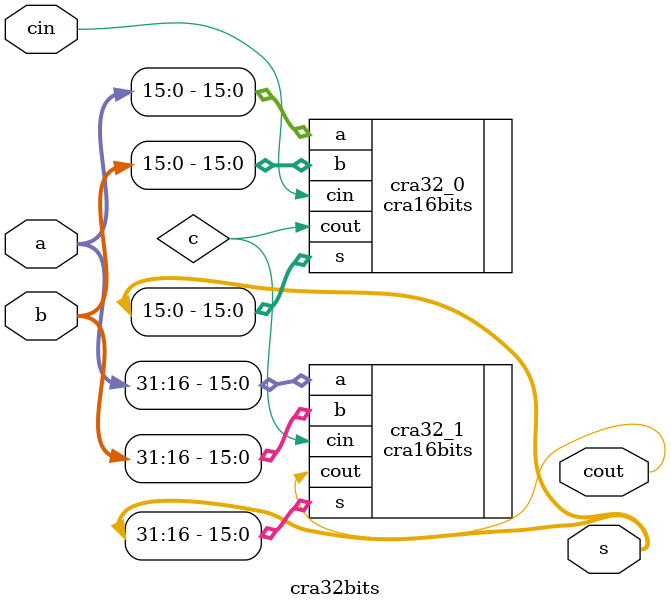
<source format=v>


// Unless required by applicable law or agreed to in writing, software
// distributed under the License is distributed on an "AS IS" BASIS,
// WITHOUT WARRANTIES OR CONDITIONS OF ANY KIND, either express or implied.
// See the License for the specific language governing permissions and
// limitations under the License.
//
//-----------------------------------------------------
// Design Name : cra32bits
// File Name   : cra32bits.v
// Function    : Carry Ripple Adder to 32 bits 
// Coder       : Jucemar Monteiro
//-----------------------------------------------------

module cra32bits (cin,a,b,s,cout);
	parameter n = 32;
	parameter m = 16;
	input  cin;	
	input  [n-1:0] a;
	input  [n-1:0] b;
	output  [n-1:0] s;
	output  cout;
	
	wire c;

	cra16bits cra32_0 (.cin(cin),.a(a[m-1:0]),.b(b[m-1:0]),.s(s[m-1:0]),.cout(c));
	cra16bits cra32_1 (.cin(c),.a(a[n-1:m]),.b(b[n-1:m]),.s(s[n-1:m]),.cout(cout));
endmodule

</source>
